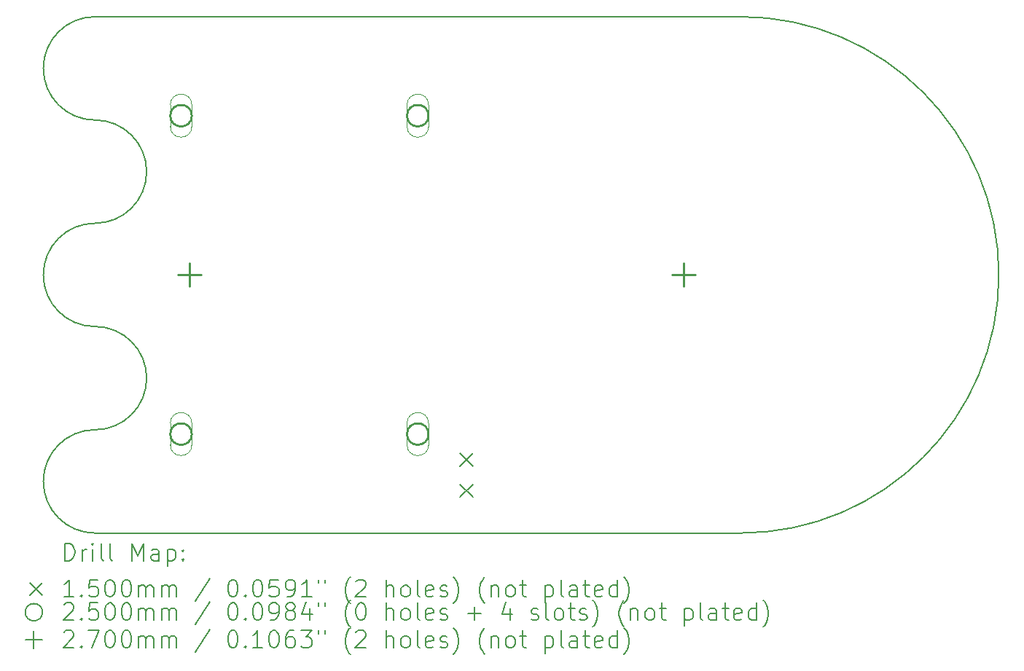
<source format=gbr>
%TF.GenerationSoftware,KiCad,Pcbnew,8.0.0*%
%TF.CreationDate,2024-04-12T21:44:27+10:00*%
%TF.ProjectId,ghost-bot,67686f73-742d-4626-9f74-2e6b69636164,rev?*%
%TF.SameCoordinates,Original*%
%TF.FileFunction,Drillmap*%
%TF.FilePolarity,Positive*%
%FSLAX45Y45*%
G04 Gerber Fmt 4.5, Leading zero omitted, Abs format (unit mm)*
G04 Created by KiCad (PCBNEW 8.0.0) date 2024-04-12 21:44:27*
%MOMM*%
%LPD*%
G01*
G04 APERTURE LIST*
%ADD10C,0.200000*%
%ADD11C,0.150000*%
%ADD12C,0.250000*%
%ADD13C,0.100000*%
%ADD14C,0.270000*%
G04 APERTURE END LIST*
D10*
X18250000Y-14400000D02*
X10750000Y-14400000D01*
X18250000Y-8400000D02*
X10750000Y-8400000D01*
X10750000Y-9600000D02*
G75*
G02*
X10750000Y-8400000I0J600000D01*
G01*
X10750001Y-9600000D02*
G75*
G02*
X10750000Y-10800000I-1J-600000D01*
G01*
X10750001Y-12000000D02*
G75*
G02*
X10750000Y-13200000I-1J-600000D01*
G01*
X10750000Y-12000000D02*
G75*
G02*
X10750000Y-10800000I0J600000D01*
G01*
X10750000Y-9600000D02*
X10750001Y-9600000D01*
X10750000Y-12000000D02*
X10750001Y-12000000D01*
X10750000Y-14400000D02*
G75*
G02*
X10750000Y-13200000I0J600000D01*
G01*
X18250000Y-8400000D02*
G75*
G02*
X18250000Y-14400000I0J-3000000D01*
G01*
D11*
X14990214Y-13473500D02*
X15140214Y-13623500D01*
X15140214Y-13473500D02*
X14990214Y-13623500D01*
X14990214Y-13833500D02*
X15140214Y-13983500D01*
X15140214Y-13833500D02*
X14990214Y-13983500D01*
D12*
X11875000Y-9550000D02*
G75*
G02*
X11625000Y-9550000I-125000J0D01*
G01*
X11625000Y-9550000D02*
G75*
G02*
X11875000Y-9550000I125000J0D01*
G01*
D13*
X11625000Y-9425000D02*
X11625000Y-9675000D01*
X11875000Y-9675000D02*
G75*
G02*
X11625000Y-9675000I-125000J0D01*
G01*
X11875000Y-9675000D02*
X11875000Y-9425000D01*
X11875000Y-9425000D02*
G75*
G03*
X11625000Y-9425000I-125000J0D01*
G01*
D12*
X11875000Y-13250000D02*
G75*
G02*
X11625000Y-13250000I-125000J0D01*
G01*
X11625000Y-13250000D02*
G75*
G02*
X11875000Y-13250000I125000J0D01*
G01*
D13*
X11625000Y-13125000D02*
X11625000Y-13375000D01*
X11875000Y-13375000D02*
G75*
G02*
X11625000Y-13375000I-125000J0D01*
G01*
X11875000Y-13375000D02*
X11875000Y-13125000D01*
X11875000Y-13125000D02*
G75*
G03*
X11625000Y-13125000I-125000J0D01*
G01*
D12*
X14625000Y-9550000D02*
G75*
G02*
X14375000Y-9550000I-125000J0D01*
G01*
X14375000Y-9550000D02*
G75*
G02*
X14625000Y-9550000I125000J0D01*
G01*
D13*
X14375000Y-9425000D02*
X14375000Y-9675000D01*
X14625000Y-9675000D02*
G75*
G02*
X14375000Y-9675000I-125000J0D01*
G01*
X14625000Y-9675000D02*
X14625000Y-9425000D01*
X14625000Y-9425000D02*
G75*
G03*
X14375000Y-9425000I-125000J0D01*
G01*
D12*
X14625000Y-13250000D02*
G75*
G02*
X14375000Y-13250000I-125000J0D01*
G01*
X14375000Y-13250000D02*
G75*
G02*
X14625000Y-13250000I125000J0D01*
G01*
D13*
X14375000Y-13125000D02*
X14375000Y-13375000D01*
X14625000Y-13375000D02*
G75*
G02*
X14375000Y-13375000I-125000J0D01*
G01*
X14625000Y-13375000D02*
X14625000Y-13125000D01*
X14625000Y-13125000D02*
G75*
G03*
X14375000Y-13125000I-125000J0D01*
G01*
D14*
X11850000Y-11265000D02*
X11850000Y-11535000D01*
X11715000Y-11400000D02*
X11985000Y-11400000D01*
X17590000Y-11265000D02*
X17590000Y-11535000D01*
X17455000Y-11400000D02*
X17725000Y-11400000D01*
D10*
X10400777Y-14721484D02*
X10400777Y-14521484D01*
X10400777Y-14521484D02*
X10448396Y-14521484D01*
X10448396Y-14521484D02*
X10476967Y-14531008D01*
X10476967Y-14531008D02*
X10496015Y-14550055D01*
X10496015Y-14550055D02*
X10505539Y-14569103D01*
X10505539Y-14569103D02*
X10515063Y-14607198D01*
X10515063Y-14607198D02*
X10515063Y-14635769D01*
X10515063Y-14635769D02*
X10505539Y-14673865D01*
X10505539Y-14673865D02*
X10496015Y-14692912D01*
X10496015Y-14692912D02*
X10476967Y-14711960D01*
X10476967Y-14711960D02*
X10448396Y-14721484D01*
X10448396Y-14721484D02*
X10400777Y-14721484D01*
X10600777Y-14721484D02*
X10600777Y-14588150D01*
X10600777Y-14626246D02*
X10610301Y-14607198D01*
X10610301Y-14607198D02*
X10619824Y-14597674D01*
X10619824Y-14597674D02*
X10638872Y-14588150D01*
X10638872Y-14588150D02*
X10657920Y-14588150D01*
X10724586Y-14721484D02*
X10724586Y-14588150D01*
X10724586Y-14521484D02*
X10715063Y-14531008D01*
X10715063Y-14531008D02*
X10724586Y-14540531D01*
X10724586Y-14540531D02*
X10734110Y-14531008D01*
X10734110Y-14531008D02*
X10724586Y-14521484D01*
X10724586Y-14521484D02*
X10724586Y-14540531D01*
X10848396Y-14721484D02*
X10829348Y-14711960D01*
X10829348Y-14711960D02*
X10819824Y-14692912D01*
X10819824Y-14692912D02*
X10819824Y-14521484D01*
X10953158Y-14721484D02*
X10934110Y-14711960D01*
X10934110Y-14711960D02*
X10924586Y-14692912D01*
X10924586Y-14692912D02*
X10924586Y-14521484D01*
X11181729Y-14721484D02*
X11181729Y-14521484D01*
X11181729Y-14521484D02*
X11248396Y-14664341D01*
X11248396Y-14664341D02*
X11315062Y-14521484D01*
X11315062Y-14521484D02*
X11315062Y-14721484D01*
X11496015Y-14721484D02*
X11496015Y-14616722D01*
X11496015Y-14616722D02*
X11486491Y-14597674D01*
X11486491Y-14597674D02*
X11467443Y-14588150D01*
X11467443Y-14588150D02*
X11429348Y-14588150D01*
X11429348Y-14588150D02*
X11410301Y-14597674D01*
X11496015Y-14711960D02*
X11476967Y-14721484D01*
X11476967Y-14721484D02*
X11429348Y-14721484D01*
X11429348Y-14721484D02*
X11410301Y-14711960D01*
X11410301Y-14711960D02*
X11400777Y-14692912D01*
X11400777Y-14692912D02*
X11400777Y-14673865D01*
X11400777Y-14673865D02*
X11410301Y-14654817D01*
X11410301Y-14654817D02*
X11429348Y-14645293D01*
X11429348Y-14645293D02*
X11476967Y-14645293D01*
X11476967Y-14645293D02*
X11496015Y-14635769D01*
X11591253Y-14588150D02*
X11591253Y-14788150D01*
X11591253Y-14597674D02*
X11610301Y-14588150D01*
X11610301Y-14588150D02*
X11648396Y-14588150D01*
X11648396Y-14588150D02*
X11667443Y-14597674D01*
X11667443Y-14597674D02*
X11676967Y-14607198D01*
X11676967Y-14607198D02*
X11686491Y-14626246D01*
X11686491Y-14626246D02*
X11686491Y-14683388D01*
X11686491Y-14683388D02*
X11676967Y-14702436D01*
X11676967Y-14702436D02*
X11667443Y-14711960D01*
X11667443Y-14711960D02*
X11648396Y-14721484D01*
X11648396Y-14721484D02*
X11610301Y-14721484D01*
X11610301Y-14721484D02*
X11591253Y-14711960D01*
X11772205Y-14702436D02*
X11781729Y-14711960D01*
X11781729Y-14711960D02*
X11772205Y-14721484D01*
X11772205Y-14721484D02*
X11762682Y-14711960D01*
X11762682Y-14711960D02*
X11772205Y-14702436D01*
X11772205Y-14702436D02*
X11772205Y-14721484D01*
X11772205Y-14597674D02*
X11781729Y-14607198D01*
X11781729Y-14607198D02*
X11772205Y-14616722D01*
X11772205Y-14616722D02*
X11762682Y-14607198D01*
X11762682Y-14607198D02*
X11772205Y-14597674D01*
X11772205Y-14597674D02*
X11772205Y-14616722D01*
D11*
X9990000Y-14975000D02*
X10140000Y-15125000D01*
X10140000Y-14975000D02*
X9990000Y-15125000D01*
D10*
X10505539Y-15141484D02*
X10391253Y-15141484D01*
X10448396Y-15141484D02*
X10448396Y-14941484D01*
X10448396Y-14941484D02*
X10429348Y-14970055D01*
X10429348Y-14970055D02*
X10410301Y-14989103D01*
X10410301Y-14989103D02*
X10391253Y-14998627D01*
X10591253Y-15122436D02*
X10600777Y-15131960D01*
X10600777Y-15131960D02*
X10591253Y-15141484D01*
X10591253Y-15141484D02*
X10581729Y-15131960D01*
X10581729Y-15131960D02*
X10591253Y-15122436D01*
X10591253Y-15122436D02*
X10591253Y-15141484D01*
X10781729Y-14941484D02*
X10686491Y-14941484D01*
X10686491Y-14941484D02*
X10676967Y-15036722D01*
X10676967Y-15036722D02*
X10686491Y-15027198D01*
X10686491Y-15027198D02*
X10705539Y-15017674D01*
X10705539Y-15017674D02*
X10753158Y-15017674D01*
X10753158Y-15017674D02*
X10772205Y-15027198D01*
X10772205Y-15027198D02*
X10781729Y-15036722D01*
X10781729Y-15036722D02*
X10791253Y-15055769D01*
X10791253Y-15055769D02*
X10791253Y-15103388D01*
X10791253Y-15103388D02*
X10781729Y-15122436D01*
X10781729Y-15122436D02*
X10772205Y-15131960D01*
X10772205Y-15131960D02*
X10753158Y-15141484D01*
X10753158Y-15141484D02*
X10705539Y-15141484D01*
X10705539Y-15141484D02*
X10686491Y-15131960D01*
X10686491Y-15131960D02*
X10676967Y-15122436D01*
X10915063Y-14941484D02*
X10934110Y-14941484D01*
X10934110Y-14941484D02*
X10953158Y-14951008D01*
X10953158Y-14951008D02*
X10962682Y-14960531D01*
X10962682Y-14960531D02*
X10972205Y-14979579D01*
X10972205Y-14979579D02*
X10981729Y-15017674D01*
X10981729Y-15017674D02*
X10981729Y-15065293D01*
X10981729Y-15065293D02*
X10972205Y-15103388D01*
X10972205Y-15103388D02*
X10962682Y-15122436D01*
X10962682Y-15122436D02*
X10953158Y-15131960D01*
X10953158Y-15131960D02*
X10934110Y-15141484D01*
X10934110Y-15141484D02*
X10915063Y-15141484D01*
X10915063Y-15141484D02*
X10896015Y-15131960D01*
X10896015Y-15131960D02*
X10886491Y-15122436D01*
X10886491Y-15122436D02*
X10876967Y-15103388D01*
X10876967Y-15103388D02*
X10867444Y-15065293D01*
X10867444Y-15065293D02*
X10867444Y-15017674D01*
X10867444Y-15017674D02*
X10876967Y-14979579D01*
X10876967Y-14979579D02*
X10886491Y-14960531D01*
X10886491Y-14960531D02*
X10896015Y-14951008D01*
X10896015Y-14951008D02*
X10915063Y-14941484D01*
X11105539Y-14941484D02*
X11124586Y-14941484D01*
X11124586Y-14941484D02*
X11143634Y-14951008D01*
X11143634Y-14951008D02*
X11153158Y-14960531D01*
X11153158Y-14960531D02*
X11162682Y-14979579D01*
X11162682Y-14979579D02*
X11172205Y-15017674D01*
X11172205Y-15017674D02*
X11172205Y-15065293D01*
X11172205Y-15065293D02*
X11162682Y-15103388D01*
X11162682Y-15103388D02*
X11153158Y-15122436D01*
X11153158Y-15122436D02*
X11143634Y-15131960D01*
X11143634Y-15131960D02*
X11124586Y-15141484D01*
X11124586Y-15141484D02*
X11105539Y-15141484D01*
X11105539Y-15141484D02*
X11086491Y-15131960D01*
X11086491Y-15131960D02*
X11076967Y-15122436D01*
X11076967Y-15122436D02*
X11067444Y-15103388D01*
X11067444Y-15103388D02*
X11057920Y-15065293D01*
X11057920Y-15065293D02*
X11057920Y-15017674D01*
X11057920Y-15017674D02*
X11067444Y-14979579D01*
X11067444Y-14979579D02*
X11076967Y-14960531D01*
X11076967Y-14960531D02*
X11086491Y-14951008D01*
X11086491Y-14951008D02*
X11105539Y-14941484D01*
X11257920Y-15141484D02*
X11257920Y-15008150D01*
X11257920Y-15027198D02*
X11267443Y-15017674D01*
X11267443Y-15017674D02*
X11286491Y-15008150D01*
X11286491Y-15008150D02*
X11315063Y-15008150D01*
X11315063Y-15008150D02*
X11334110Y-15017674D01*
X11334110Y-15017674D02*
X11343634Y-15036722D01*
X11343634Y-15036722D02*
X11343634Y-15141484D01*
X11343634Y-15036722D02*
X11353158Y-15017674D01*
X11353158Y-15017674D02*
X11372205Y-15008150D01*
X11372205Y-15008150D02*
X11400777Y-15008150D01*
X11400777Y-15008150D02*
X11419824Y-15017674D01*
X11419824Y-15017674D02*
X11429348Y-15036722D01*
X11429348Y-15036722D02*
X11429348Y-15141484D01*
X11524586Y-15141484D02*
X11524586Y-15008150D01*
X11524586Y-15027198D02*
X11534110Y-15017674D01*
X11534110Y-15017674D02*
X11553158Y-15008150D01*
X11553158Y-15008150D02*
X11581729Y-15008150D01*
X11581729Y-15008150D02*
X11600777Y-15017674D01*
X11600777Y-15017674D02*
X11610301Y-15036722D01*
X11610301Y-15036722D02*
X11610301Y-15141484D01*
X11610301Y-15036722D02*
X11619824Y-15017674D01*
X11619824Y-15017674D02*
X11638872Y-15008150D01*
X11638872Y-15008150D02*
X11667443Y-15008150D01*
X11667443Y-15008150D02*
X11686491Y-15017674D01*
X11686491Y-15017674D02*
X11696015Y-15036722D01*
X11696015Y-15036722D02*
X11696015Y-15141484D01*
X12086491Y-14931960D02*
X11915063Y-15189103D01*
X12343634Y-14941484D02*
X12362682Y-14941484D01*
X12362682Y-14941484D02*
X12381729Y-14951008D01*
X12381729Y-14951008D02*
X12391253Y-14960531D01*
X12391253Y-14960531D02*
X12400777Y-14979579D01*
X12400777Y-14979579D02*
X12410301Y-15017674D01*
X12410301Y-15017674D02*
X12410301Y-15065293D01*
X12410301Y-15065293D02*
X12400777Y-15103388D01*
X12400777Y-15103388D02*
X12391253Y-15122436D01*
X12391253Y-15122436D02*
X12381729Y-15131960D01*
X12381729Y-15131960D02*
X12362682Y-15141484D01*
X12362682Y-15141484D02*
X12343634Y-15141484D01*
X12343634Y-15141484D02*
X12324586Y-15131960D01*
X12324586Y-15131960D02*
X12315063Y-15122436D01*
X12315063Y-15122436D02*
X12305539Y-15103388D01*
X12305539Y-15103388D02*
X12296015Y-15065293D01*
X12296015Y-15065293D02*
X12296015Y-15017674D01*
X12296015Y-15017674D02*
X12305539Y-14979579D01*
X12305539Y-14979579D02*
X12315063Y-14960531D01*
X12315063Y-14960531D02*
X12324586Y-14951008D01*
X12324586Y-14951008D02*
X12343634Y-14941484D01*
X12496015Y-15122436D02*
X12505539Y-15131960D01*
X12505539Y-15131960D02*
X12496015Y-15141484D01*
X12496015Y-15141484D02*
X12486491Y-15131960D01*
X12486491Y-15131960D02*
X12496015Y-15122436D01*
X12496015Y-15122436D02*
X12496015Y-15141484D01*
X12629348Y-14941484D02*
X12648396Y-14941484D01*
X12648396Y-14941484D02*
X12667444Y-14951008D01*
X12667444Y-14951008D02*
X12676967Y-14960531D01*
X12676967Y-14960531D02*
X12686491Y-14979579D01*
X12686491Y-14979579D02*
X12696015Y-15017674D01*
X12696015Y-15017674D02*
X12696015Y-15065293D01*
X12696015Y-15065293D02*
X12686491Y-15103388D01*
X12686491Y-15103388D02*
X12676967Y-15122436D01*
X12676967Y-15122436D02*
X12667444Y-15131960D01*
X12667444Y-15131960D02*
X12648396Y-15141484D01*
X12648396Y-15141484D02*
X12629348Y-15141484D01*
X12629348Y-15141484D02*
X12610301Y-15131960D01*
X12610301Y-15131960D02*
X12600777Y-15122436D01*
X12600777Y-15122436D02*
X12591253Y-15103388D01*
X12591253Y-15103388D02*
X12581729Y-15065293D01*
X12581729Y-15065293D02*
X12581729Y-15017674D01*
X12581729Y-15017674D02*
X12591253Y-14979579D01*
X12591253Y-14979579D02*
X12600777Y-14960531D01*
X12600777Y-14960531D02*
X12610301Y-14951008D01*
X12610301Y-14951008D02*
X12629348Y-14941484D01*
X12876967Y-14941484D02*
X12781729Y-14941484D01*
X12781729Y-14941484D02*
X12772206Y-15036722D01*
X12772206Y-15036722D02*
X12781729Y-15027198D01*
X12781729Y-15027198D02*
X12800777Y-15017674D01*
X12800777Y-15017674D02*
X12848396Y-15017674D01*
X12848396Y-15017674D02*
X12867444Y-15027198D01*
X12867444Y-15027198D02*
X12876967Y-15036722D01*
X12876967Y-15036722D02*
X12886491Y-15055769D01*
X12886491Y-15055769D02*
X12886491Y-15103388D01*
X12886491Y-15103388D02*
X12876967Y-15122436D01*
X12876967Y-15122436D02*
X12867444Y-15131960D01*
X12867444Y-15131960D02*
X12848396Y-15141484D01*
X12848396Y-15141484D02*
X12800777Y-15141484D01*
X12800777Y-15141484D02*
X12781729Y-15131960D01*
X12781729Y-15131960D02*
X12772206Y-15122436D01*
X12981729Y-15141484D02*
X13019825Y-15141484D01*
X13019825Y-15141484D02*
X13038872Y-15131960D01*
X13038872Y-15131960D02*
X13048396Y-15122436D01*
X13048396Y-15122436D02*
X13067444Y-15093865D01*
X13067444Y-15093865D02*
X13076967Y-15055769D01*
X13076967Y-15055769D02*
X13076967Y-14979579D01*
X13076967Y-14979579D02*
X13067444Y-14960531D01*
X13067444Y-14960531D02*
X13057920Y-14951008D01*
X13057920Y-14951008D02*
X13038872Y-14941484D01*
X13038872Y-14941484D02*
X13000777Y-14941484D01*
X13000777Y-14941484D02*
X12981729Y-14951008D01*
X12981729Y-14951008D02*
X12972206Y-14960531D01*
X12972206Y-14960531D02*
X12962682Y-14979579D01*
X12962682Y-14979579D02*
X12962682Y-15027198D01*
X12962682Y-15027198D02*
X12972206Y-15046246D01*
X12972206Y-15046246D02*
X12981729Y-15055769D01*
X12981729Y-15055769D02*
X13000777Y-15065293D01*
X13000777Y-15065293D02*
X13038872Y-15065293D01*
X13038872Y-15065293D02*
X13057920Y-15055769D01*
X13057920Y-15055769D02*
X13067444Y-15046246D01*
X13067444Y-15046246D02*
X13076967Y-15027198D01*
X13267444Y-15141484D02*
X13153158Y-15141484D01*
X13210301Y-15141484D02*
X13210301Y-14941484D01*
X13210301Y-14941484D02*
X13191253Y-14970055D01*
X13191253Y-14970055D02*
X13172206Y-14989103D01*
X13172206Y-14989103D02*
X13153158Y-14998627D01*
X13343634Y-14941484D02*
X13343634Y-14979579D01*
X13419825Y-14941484D02*
X13419825Y-14979579D01*
X13715063Y-15217674D02*
X13705539Y-15208150D01*
X13705539Y-15208150D02*
X13686491Y-15179579D01*
X13686491Y-15179579D02*
X13676968Y-15160531D01*
X13676968Y-15160531D02*
X13667444Y-15131960D01*
X13667444Y-15131960D02*
X13657920Y-15084341D01*
X13657920Y-15084341D02*
X13657920Y-15046246D01*
X13657920Y-15046246D02*
X13667444Y-14998627D01*
X13667444Y-14998627D02*
X13676968Y-14970055D01*
X13676968Y-14970055D02*
X13686491Y-14951008D01*
X13686491Y-14951008D02*
X13705539Y-14922436D01*
X13705539Y-14922436D02*
X13715063Y-14912912D01*
X13781729Y-14960531D02*
X13791253Y-14951008D01*
X13791253Y-14951008D02*
X13810301Y-14941484D01*
X13810301Y-14941484D02*
X13857920Y-14941484D01*
X13857920Y-14941484D02*
X13876968Y-14951008D01*
X13876968Y-14951008D02*
X13886491Y-14960531D01*
X13886491Y-14960531D02*
X13896015Y-14979579D01*
X13896015Y-14979579D02*
X13896015Y-14998627D01*
X13896015Y-14998627D02*
X13886491Y-15027198D01*
X13886491Y-15027198D02*
X13772206Y-15141484D01*
X13772206Y-15141484D02*
X13896015Y-15141484D01*
X14134110Y-15141484D02*
X14134110Y-14941484D01*
X14219825Y-15141484D02*
X14219825Y-15036722D01*
X14219825Y-15036722D02*
X14210301Y-15017674D01*
X14210301Y-15017674D02*
X14191253Y-15008150D01*
X14191253Y-15008150D02*
X14162682Y-15008150D01*
X14162682Y-15008150D02*
X14143634Y-15017674D01*
X14143634Y-15017674D02*
X14134110Y-15027198D01*
X14343634Y-15141484D02*
X14324587Y-15131960D01*
X14324587Y-15131960D02*
X14315063Y-15122436D01*
X14315063Y-15122436D02*
X14305539Y-15103388D01*
X14305539Y-15103388D02*
X14305539Y-15046246D01*
X14305539Y-15046246D02*
X14315063Y-15027198D01*
X14315063Y-15027198D02*
X14324587Y-15017674D01*
X14324587Y-15017674D02*
X14343634Y-15008150D01*
X14343634Y-15008150D02*
X14372206Y-15008150D01*
X14372206Y-15008150D02*
X14391253Y-15017674D01*
X14391253Y-15017674D02*
X14400777Y-15027198D01*
X14400777Y-15027198D02*
X14410301Y-15046246D01*
X14410301Y-15046246D02*
X14410301Y-15103388D01*
X14410301Y-15103388D02*
X14400777Y-15122436D01*
X14400777Y-15122436D02*
X14391253Y-15131960D01*
X14391253Y-15131960D02*
X14372206Y-15141484D01*
X14372206Y-15141484D02*
X14343634Y-15141484D01*
X14524587Y-15141484D02*
X14505539Y-15131960D01*
X14505539Y-15131960D02*
X14496015Y-15112912D01*
X14496015Y-15112912D02*
X14496015Y-14941484D01*
X14676968Y-15131960D02*
X14657920Y-15141484D01*
X14657920Y-15141484D02*
X14619825Y-15141484D01*
X14619825Y-15141484D02*
X14600777Y-15131960D01*
X14600777Y-15131960D02*
X14591253Y-15112912D01*
X14591253Y-15112912D02*
X14591253Y-15036722D01*
X14591253Y-15036722D02*
X14600777Y-15017674D01*
X14600777Y-15017674D02*
X14619825Y-15008150D01*
X14619825Y-15008150D02*
X14657920Y-15008150D01*
X14657920Y-15008150D02*
X14676968Y-15017674D01*
X14676968Y-15017674D02*
X14686491Y-15036722D01*
X14686491Y-15036722D02*
X14686491Y-15055769D01*
X14686491Y-15055769D02*
X14591253Y-15074817D01*
X14762682Y-15131960D02*
X14781730Y-15141484D01*
X14781730Y-15141484D02*
X14819825Y-15141484D01*
X14819825Y-15141484D02*
X14838872Y-15131960D01*
X14838872Y-15131960D02*
X14848396Y-15112912D01*
X14848396Y-15112912D02*
X14848396Y-15103388D01*
X14848396Y-15103388D02*
X14838872Y-15084341D01*
X14838872Y-15084341D02*
X14819825Y-15074817D01*
X14819825Y-15074817D02*
X14791253Y-15074817D01*
X14791253Y-15074817D02*
X14772206Y-15065293D01*
X14772206Y-15065293D02*
X14762682Y-15046246D01*
X14762682Y-15046246D02*
X14762682Y-15036722D01*
X14762682Y-15036722D02*
X14772206Y-15017674D01*
X14772206Y-15017674D02*
X14791253Y-15008150D01*
X14791253Y-15008150D02*
X14819825Y-15008150D01*
X14819825Y-15008150D02*
X14838872Y-15017674D01*
X14915063Y-15217674D02*
X14924587Y-15208150D01*
X14924587Y-15208150D02*
X14943634Y-15179579D01*
X14943634Y-15179579D02*
X14953158Y-15160531D01*
X14953158Y-15160531D02*
X14962682Y-15131960D01*
X14962682Y-15131960D02*
X14972206Y-15084341D01*
X14972206Y-15084341D02*
X14972206Y-15046246D01*
X14972206Y-15046246D02*
X14962682Y-14998627D01*
X14962682Y-14998627D02*
X14953158Y-14970055D01*
X14953158Y-14970055D02*
X14943634Y-14951008D01*
X14943634Y-14951008D02*
X14924587Y-14922436D01*
X14924587Y-14922436D02*
X14915063Y-14912912D01*
X15276968Y-15217674D02*
X15267444Y-15208150D01*
X15267444Y-15208150D02*
X15248396Y-15179579D01*
X15248396Y-15179579D02*
X15238872Y-15160531D01*
X15238872Y-15160531D02*
X15229349Y-15131960D01*
X15229349Y-15131960D02*
X15219825Y-15084341D01*
X15219825Y-15084341D02*
X15219825Y-15046246D01*
X15219825Y-15046246D02*
X15229349Y-14998627D01*
X15229349Y-14998627D02*
X15238872Y-14970055D01*
X15238872Y-14970055D02*
X15248396Y-14951008D01*
X15248396Y-14951008D02*
X15267444Y-14922436D01*
X15267444Y-14922436D02*
X15276968Y-14912912D01*
X15353158Y-15008150D02*
X15353158Y-15141484D01*
X15353158Y-15027198D02*
X15362682Y-15017674D01*
X15362682Y-15017674D02*
X15381730Y-15008150D01*
X15381730Y-15008150D02*
X15410301Y-15008150D01*
X15410301Y-15008150D02*
X15429349Y-15017674D01*
X15429349Y-15017674D02*
X15438872Y-15036722D01*
X15438872Y-15036722D02*
X15438872Y-15141484D01*
X15562682Y-15141484D02*
X15543634Y-15131960D01*
X15543634Y-15131960D02*
X15534111Y-15122436D01*
X15534111Y-15122436D02*
X15524587Y-15103388D01*
X15524587Y-15103388D02*
X15524587Y-15046246D01*
X15524587Y-15046246D02*
X15534111Y-15027198D01*
X15534111Y-15027198D02*
X15543634Y-15017674D01*
X15543634Y-15017674D02*
X15562682Y-15008150D01*
X15562682Y-15008150D02*
X15591253Y-15008150D01*
X15591253Y-15008150D02*
X15610301Y-15017674D01*
X15610301Y-15017674D02*
X15619825Y-15027198D01*
X15619825Y-15027198D02*
X15629349Y-15046246D01*
X15629349Y-15046246D02*
X15629349Y-15103388D01*
X15629349Y-15103388D02*
X15619825Y-15122436D01*
X15619825Y-15122436D02*
X15610301Y-15131960D01*
X15610301Y-15131960D02*
X15591253Y-15141484D01*
X15591253Y-15141484D02*
X15562682Y-15141484D01*
X15686492Y-15008150D02*
X15762682Y-15008150D01*
X15715063Y-14941484D02*
X15715063Y-15112912D01*
X15715063Y-15112912D02*
X15724587Y-15131960D01*
X15724587Y-15131960D02*
X15743634Y-15141484D01*
X15743634Y-15141484D02*
X15762682Y-15141484D01*
X15981730Y-15008150D02*
X15981730Y-15208150D01*
X15981730Y-15017674D02*
X16000777Y-15008150D01*
X16000777Y-15008150D02*
X16038873Y-15008150D01*
X16038873Y-15008150D02*
X16057920Y-15017674D01*
X16057920Y-15017674D02*
X16067444Y-15027198D01*
X16067444Y-15027198D02*
X16076968Y-15046246D01*
X16076968Y-15046246D02*
X16076968Y-15103388D01*
X16076968Y-15103388D02*
X16067444Y-15122436D01*
X16067444Y-15122436D02*
X16057920Y-15131960D01*
X16057920Y-15131960D02*
X16038873Y-15141484D01*
X16038873Y-15141484D02*
X16000777Y-15141484D01*
X16000777Y-15141484D02*
X15981730Y-15131960D01*
X16191253Y-15141484D02*
X16172206Y-15131960D01*
X16172206Y-15131960D02*
X16162682Y-15112912D01*
X16162682Y-15112912D02*
X16162682Y-14941484D01*
X16353158Y-15141484D02*
X16353158Y-15036722D01*
X16353158Y-15036722D02*
X16343634Y-15017674D01*
X16343634Y-15017674D02*
X16324587Y-15008150D01*
X16324587Y-15008150D02*
X16286492Y-15008150D01*
X16286492Y-15008150D02*
X16267444Y-15017674D01*
X16353158Y-15131960D02*
X16334111Y-15141484D01*
X16334111Y-15141484D02*
X16286492Y-15141484D01*
X16286492Y-15141484D02*
X16267444Y-15131960D01*
X16267444Y-15131960D02*
X16257920Y-15112912D01*
X16257920Y-15112912D02*
X16257920Y-15093865D01*
X16257920Y-15093865D02*
X16267444Y-15074817D01*
X16267444Y-15074817D02*
X16286492Y-15065293D01*
X16286492Y-15065293D02*
X16334111Y-15065293D01*
X16334111Y-15065293D02*
X16353158Y-15055769D01*
X16419825Y-15008150D02*
X16496015Y-15008150D01*
X16448396Y-14941484D02*
X16448396Y-15112912D01*
X16448396Y-15112912D02*
X16457920Y-15131960D01*
X16457920Y-15131960D02*
X16476968Y-15141484D01*
X16476968Y-15141484D02*
X16496015Y-15141484D01*
X16638873Y-15131960D02*
X16619825Y-15141484D01*
X16619825Y-15141484D02*
X16581730Y-15141484D01*
X16581730Y-15141484D02*
X16562682Y-15131960D01*
X16562682Y-15131960D02*
X16553158Y-15112912D01*
X16553158Y-15112912D02*
X16553158Y-15036722D01*
X16553158Y-15036722D02*
X16562682Y-15017674D01*
X16562682Y-15017674D02*
X16581730Y-15008150D01*
X16581730Y-15008150D02*
X16619825Y-15008150D01*
X16619825Y-15008150D02*
X16638873Y-15017674D01*
X16638873Y-15017674D02*
X16648396Y-15036722D01*
X16648396Y-15036722D02*
X16648396Y-15055769D01*
X16648396Y-15055769D02*
X16553158Y-15074817D01*
X16819825Y-15141484D02*
X16819825Y-14941484D01*
X16819825Y-15131960D02*
X16800777Y-15141484D01*
X16800777Y-15141484D02*
X16762682Y-15141484D01*
X16762682Y-15141484D02*
X16743634Y-15131960D01*
X16743634Y-15131960D02*
X16734111Y-15122436D01*
X16734111Y-15122436D02*
X16724587Y-15103388D01*
X16724587Y-15103388D02*
X16724587Y-15046246D01*
X16724587Y-15046246D02*
X16734111Y-15027198D01*
X16734111Y-15027198D02*
X16743634Y-15017674D01*
X16743634Y-15017674D02*
X16762682Y-15008150D01*
X16762682Y-15008150D02*
X16800777Y-15008150D01*
X16800777Y-15008150D02*
X16819825Y-15017674D01*
X16896016Y-15217674D02*
X16905539Y-15208150D01*
X16905539Y-15208150D02*
X16924587Y-15179579D01*
X16924587Y-15179579D02*
X16934111Y-15160531D01*
X16934111Y-15160531D02*
X16943635Y-15131960D01*
X16943635Y-15131960D02*
X16953158Y-15084341D01*
X16953158Y-15084341D02*
X16953158Y-15046246D01*
X16953158Y-15046246D02*
X16943635Y-14998627D01*
X16943635Y-14998627D02*
X16934111Y-14970055D01*
X16934111Y-14970055D02*
X16924587Y-14951008D01*
X16924587Y-14951008D02*
X16905539Y-14922436D01*
X16905539Y-14922436D02*
X16896016Y-14912912D01*
X10140000Y-15320000D02*
G75*
G02*
X9940000Y-15320000I-100000J0D01*
G01*
X9940000Y-15320000D02*
G75*
G02*
X10140000Y-15320000I100000J0D01*
G01*
X10391253Y-15230531D02*
X10400777Y-15221008D01*
X10400777Y-15221008D02*
X10419824Y-15211484D01*
X10419824Y-15211484D02*
X10467444Y-15211484D01*
X10467444Y-15211484D02*
X10486491Y-15221008D01*
X10486491Y-15221008D02*
X10496015Y-15230531D01*
X10496015Y-15230531D02*
X10505539Y-15249579D01*
X10505539Y-15249579D02*
X10505539Y-15268627D01*
X10505539Y-15268627D02*
X10496015Y-15297198D01*
X10496015Y-15297198D02*
X10381729Y-15411484D01*
X10381729Y-15411484D02*
X10505539Y-15411484D01*
X10591253Y-15392436D02*
X10600777Y-15401960D01*
X10600777Y-15401960D02*
X10591253Y-15411484D01*
X10591253Y-15411484D02*
X10581729Y-15401960D01*
X10581729Y-15401960D02*
X10591253Y-15392436D01*
X10591253Y-15392436D02*
X10591253Y-15411484D01*
X10781729Y-15211484D02*
X10686491Y-15211484D01*
X10686491Y-15211484D02*
X10676967Y-15306722D01*
X10676967Y-15306722D02*
X10686491Y-15297198D01*
X10686491Y-15297198D02*
X10705539Y-15287674D01*
X10705539Y-15287674D02*
X10753158Y-15287674D01*
X10753158Y-15287674D02*
X10772205Y-15297198D01*
X10772205Y-15297198D02*
X10781729Y-15306722D01*
X10781729Y-15306722D02*
X10791253Y-15325769D01*
X10791253Y-15325769D02*
X10791253Y-15373388D01*
X10791253Y-15373388D02*
X10781729Y-15392436D01*
X10781729Y-15392436D02*
X10772205Y-15401960D01*
X10772205Y-15401960D02*
X10753158Y-15411484D01*
X10753158Y-15411484D02*
X10705539Y-15411484D01*
X10705539Y-15411484D02*
X10686491Y-15401960D01*
X10686491Y-15401960D02*
X10676967Y-15392436D01*
X10915063Y-15211484D02*
X10934110Y-15211484D01*
X10934110Y-15211484D02*
X10953158Y-15221008D01*
X10953158Y-15221008D02*
X10962682Y-15230531D01*
X10962682Y-15230531D02*
X10972205Y-15249579D01*
X10972205Y-15249579D02*
X10981729Y-15287674D01*
X10981729Y-15287674D02*
X10981729Y-15335293D01*
X10981729Y-15335293D02*
X10972205Y-15373388D01*
X10972205Y-15373388D02*
X10962682Y-15392436D01*
X10962682Y-15392436D02*
X10953158Y-15401960D01*
X10953158Y-15401960D02*
X10934110Y-15411484D01*
X10934110Y-15411484D02*
X10915063Y-15411484D01*
X10915063Y-15411484D02*
X10896015Y-15401960D01*
X10896015Y-15401960D02*
X10886491Y-15392436D01*
X10886491Y-15392436D02*
X10876967Y-15373388D01*
X10876967Y-15373388D02*
X10867444Y-15335293D01*
X10867444Y-15335293D02*
X10867444Y-15287674D01*
X10867444Y-15287674D02*
X10876967Y-15249579D01*
X10876967Y-15249579D02*
X10886491Y-15230531D01*
X10886491Y-15230531D02*
X10896015Y-15221008D01*
X10896015Y-15221008D02*
X10915063Y-15211484D01*
X11105539Y-15211484D02*
X11124586Y-15211484D01*
X11124586Y-15211484D02*
X11143634Y-15221008D01*
X11143634Y-15221008D02*
X11153158Y-15230531D01*
X11153158Y-15230531D02*
X11162682Y-15249579D01*
X11162682Y-15249579D02*
X11172205Y-15287674D01*
X11172205Y-15287674D02*
X11172205Y-15335293D01*
X11172205Y-15335293D02*
X11162682Y-15373388D01*
X11162682Y-15373388D02*
X11153158Y-15392436D01*
X11153158Y-15392436D02*
X11143634Y-15401960D01*
X11143634Y-15401960D02*
X11124586Y-15411484D01*
X11124586Y-15411484D02*
X11105539Y-15411484D01*
X11105539Y-15411484D02*
X11086491Y-15401960D01*
X11086491Y-15401960D02*
X11076967Y-15392436D01*
X11076967Y-15392436D02*
X11067444Y-15373388D01*
X11067444Y-15373388D02*
X11057920Y-15335293D01*
X11057920Y-15335293D02*
X11057920Y-15287674D01*
X11057920Y-15287674D02*
X11067444Y-15249579D01*
X11067444Y-15249579D02*
X11076967Y-15230531D01*
X11076967Y-15230531D02*
X11086491Y-15221008D01*
X11086491Y-15221008D02*
X11105539Y-15211484D01*
X11257920Y-15411484D02*
X11257920Y-15278150D01*
X11257920Y-15297198D02*
X11267443Y-15287674D01*
X11267443Y-15287674D02*
X11286491Y-15278150D01*
X11286491Y-15278150D02*
X11315063Y-15278150D01*
X11315063Y-15278150D02*
X11334110Y-15287674D01*
X11334110Y-15287674D02*
X11343634Y-15306722D01*
X11343634Y-15306722D02*
X11343634Y-15411484D01*
X11343634Y-15306722D02*
X11353158Y-15287674D01*
X11353158Y-15287674D02*
X11372205Y-15278150D01*
X11372205Y-15278150D02*
X11400777Y-15278150D01*
X11400777Y-15278150D02*
X11419824Y-15287674D01*
X11419824Y-15287674D02*
X11429348Y-15306722D01*
X11429348Y-15306722D02*
X11429348Y-15411484D01*
X11524586Y-15411484D02*
X11524586Y-15278150D01*
X11524586Y-15297198D02*
X11534110Y-15287674D01*
X11534110Y-15287674D02*
X11553158Y-15278150D01*
X11553158Y-15278150D02*
X11581729Y-15278150D01*
X11581729Y-15278150D02*
X11600777Y-15287674D01*
X11600777Y-15287674D02*
X11610301Y-15306722D01*
X11610301Y-15306722D02*
X11610301Y-15411484D01*
X11610301Y-15306722D02*
X11619824Y-15287674D01*
X11619824Y-15287674D02*
X11638872Y-15278150D01*
X11638872Y-15278150D02*
X11667443Y-15278150D01*
X11667443Y-15278150D02*
X11686491Y-15287674D01*
X11686491Y-15287674D02*
X11696015Y-15306722D01*
X11696015Y-15306722D02*
X11696015Y-15411484D01*
X12086491Y-15201960D02*
X11915063Y-15459103D01*
X12343634Y-15211484D02*
X12362682Y-15211484D01*
X12362682Y-15211484D02*
X12381729Y-15221008D01*
X12381729Y-15221008D02*
X12391253Y-15230531D01*
X12391253Y-15230531D02*
X12400777Y-15249579D01*
X12400777Y-15249579D02*
X12410301Y-15287674D01*
X12410301Y-15287674D02*
X12410301Y-15335293D01*
X12410301Y-15335293D02*
X12400777Y-15373388D01*
X12400777Y-15373388D02*
X12391253Y-15392436D01*
X12391253Y-15392436D02*
X12381729Y-15401960D01*
X12381729Y-15401960D02*
X12362682Y-15411484D01*
X12362682Y-15411484D02*
X12343634Y-15411484D01*
X12343634Y-15411484D02*
X12324586Y-15401960D01*
X12324586Y-15401960D02*
X12315063Y-15392436D01*
X12315063Y-15392436D02*
X12305539Y-15373388D01*
X12305539Y-15373388D02*
X12296015Y-15335293D01*
X12296015Y-15335293D02*
X12296015Y-15287674D01*
X12296015Y-15287674D02*
X12305539Y-15249579D01*
X12305539Y-15249579D02*
X12315063Y-15230531D01*
X12315063Y-15230531D02*
X12324586Y-15221008D01*
X12324586Y-15221008D02*
X12343634Y-15211484D01*
X12496015Y-15392436D02*
X12505539Y-15401960D01*
X12505539Y-15401960D02*
X12496015Y-15411484D01*
X12496015Y-15411484D02*
X12486491Y-15401960D01*
X12486491Y-15401960D02*
X12496015Y-15392436D01*
X12496015Y-15392436D02*
X12496015Y-15411484D01*
X12629348Y-15211484D02*
X12648396Y-15211484D01*
X12648396Y-15211484D02*
X12667444Y-15221008D01*
X12667444Y-15221008D02*
X12676967Y-15230531D01*
X12676967Y-15230531D02*
X12686491Y-15249579D01*
X12686491Y-15249579D02*
X12696015Y-15287674D01*
X12696015Y-15287674D02*
X12696015Y-15335293D01*
X12696015Y-15335293D02*
X12686491Y-15373388D01*
X12686491Y-15373388D02*
X12676967Y-15392436D01*
X12676967Y-15392436D02*
X12667444Y-15401960D01*
X12667444Y-15401960D02*
X12648396Y-15411484D01*
X12648396Y-15411484D02*
X12629348Y-15411484D01*
X12629348Y-15411484D02*
X12610301Y-15401960D01*
X12610301Y-15401960D02*
X12600777Y-15392436D01*
X12600777Y-15392436D02*
X12591253Y-15373388D01*
X12591253Y-15373388D02*
X12581729Y-15335293D01*
X12581729Y-15335293D02*
X12581729Y-15287674D01*
X12581729Y-15287674D02*
X12591253Y-15249579D01*
X12591253Y-15249579D02*
X12600777Y-15230531D01*
X12600777Y-15230531D02*
X12610301Y-15221008D01*
X12610301Y-15221008D02*
X12629348Y-15211484D01*
X12791253Y-15411484D02*
X12829348Y-15411484D01*
X12829348Y-15411484D02*
X12848396Y-15401960D01*
X12848396Y-15401960D02*
X12857920Y-15392436D01*
X12857920Y-15392436D02*
X12876967Y-15363865D01*
X12876967Y-15363865D02*
X12886491Y-15325769D01*
X12886491Y-15325769D02*
X12886491Y-15249579D01*
X12886491Y-15249579D02*
X12876967Y-15230531D01*
X12876967Y-15230531D02*
X12867444Y-15221008D01*
X12867444Y-15221008D02*
X12848396Y-15211484D01*
X12848396Y-15211484D02*
X12810301Y-15211484D01*
X12810301Y-15211484D02*
X12791253Y-15221008D01*
X12791253Y-15221008D02*
X12781729Y-15230531D01*
X12781729Y-15230531D02*
X12772206Y-15249579D01*
X12772206Y-15249579D02*
X12772206Y-15297198D01*
X12772206Y-15297198D02*
X12781729Y-15316246D01*
X12781729Y-15316246D02*
X12791253Y-15325769D01*
X12791253Y-15325769D02*
X12810301Y-15335293D01*
X12810301Y-15335293D02*
X12848396Y-15335293D01*
X12848396Y-15335293D02*
X12867444Y-15325769D01*
X12867444Y-15325769D02*
X12876967Y-15316246D01*
X12876967Y-15316246D02*
X12886491Y-15297198D01*
X13000777Y-15297198D02*
X12981729Y-15287674D01*
X12981729Y-15287674D02*
X12972206Y-15278150D01*
X12972206Y-15278150D02*
X12962682Y-15259103D01*
X12962682Y-15259103D02*
X12962682Y-15249579D01*
X12962682Y-15249579D02*
X12972206Y-15230531D01*
X12972206Y-15230531D02*
X12981729Y-15221008D01*
X12981729Y-15221008D02*
X13000777Y-15211484D01*
X13000777Y-15211484D02*
X13038872Y-15211484D01*
X13038872Y-15211484D02*
X13057920Y-15221008D01*
X13057920Y-15221008D02*
X13067444Y-15230531D01*
X13067444Y-15230531D02*
X13076967Y-15249579D01*
X13076967Y-15249579D02*
X13076967Y-15259103D01*
X13076967Y-15259103D02*
X13067444Y-15278150D01*
X13067444Y-15278150D02*
X13057920Y-15287674D01*
X13057920Y-15287674D02*
X13038872Y-15297198D01*
X13038872Y-15297198D02*
X13000777Y-15297198D01*
X13000777Y-15297198D02*
X12981729Y-15306722D01*
X12981729Y-15306722D02*
X12972206Y-15316246D01*
X12972206Y-15316246D02*
X12962682Y-15335293D01*
X12962682Y-15335293D02*
X12962682Y-15373388D01*
X12962682Y-15373388D02*
X12972206Y-15392436D01*
X12972206Y-15392436D02*
X12981729Y-15401960D01*
X12981729Y-15401960D02*
X13000777Y-15411484D01*
X13000777Y-15411484D02*
X13038872Y-15411484D01*
X13038872Y-15411484D02*
X13057920Y-15401960D01*
X13057920Y-15401960D02*
X13067444Y-15392436D01*
X13067444Y-15392436D02*
X13076967Y-15373388D01*
X13076967Y-15373388D02*
X13076967Y-15335293D01*
X13076967Y-15335293D02*
X13067444Y-15316246D01*
X13067444Y-15316246D02*
X13057920Y-15306722D01*
X13057920Y-15306722D02*
X13038872Y-15297198D01*
X13248396Y-15278150D02*
X13248396Y-15411484D01*
X13200777Y-15201960D02*
X13153158Y-15344817D01*
X13153158Y-15344817D02*
X13276967Y-15344817D01*
X13343634Y-15211484D02*
X13343634Y-15249579D01*
X13419825Y-15211484D02*
X13419825Y-15249579D01*
X13715063Y-15487674D02*
X13705539Y-15478150D01*
X13705539Y-15478150D02*
X13686491Y-15449579D01*
X13686491Y-15449579D02*
X13676968Y-15430531D01*
X13676968Y-15430531D02*
X13667444Y-15401960D01*
X13667444Y-15401960D02*
X13657920Y-15354341D01*
X13657920Y-15354341D02*
X13657920Y-15316246D01*
X13657920Y-15316246D02*
X13667444Y-15268627D01*
X13667444Y-15268627D02*
X13676968Y-15240055D01*
X13676968Y-15240055D02*
X13686491Y-15221008D01*
X13686491Y-15221008D02*
X13705539Y-15192436D01*
X13705539Y-15192436D02*
X13715063Y-15182912D01*
X13829348Y-15211484D02*
X13848396Y-15211484D01*
X13848396Y-15211484D02*
X13867444Y-15221008D01*
X13867444Y-15221008D02*
X13876968Y-15230531D01*
X13876968Y-15230531D02*
X13886491Y-15249579D01*
X13886491Y-15249579D02*
X13896015Y-15287674D01*
X13896015Y-15287674D02*
X13896015Y-15335293D01*
X13896015Y-15335293D02*
X13886491Y-15373388D01*
X13886491Y-15373388D02*
X13876968Y-15392436D01*
X13876968Y-15392436D02*
X13867444Y-15401960D01*
X13867444Y-15401960D02*
X13848396Y-15411484D01*
X13848396Y-15411484D02*
X13829348Y-15411484D01*
X13829348Y-15411484D02*
X13810301Y-15401960D01*
X13810301Y-15401960D02*
X13800777Y-15392436D01*
X13800777Y-15392436D02*
X13791253Y-15373388D01*
X13791253Y-15373388D02*
X13781729Y-15335293D01*
X13781729Y-15335293D02*
X13781729Y-15287674D01*
X13781729Y-15287674D02*
X13791253Y-15249579D01*
X13791253Y-15249579D02*
X13800777Y-15230531D01*
X13800777Y-15230531D02*
X13810301Y-15221008D01*
X13810301Y-15221008D02*
X13829348Y-15211484D01*
X14134110Y-15411484D02*
X14134110Y-15211484D01*
X14219825Y-15411484D02*
X14219825Y-15306722D01*
X14219825Y-15306722D02*
X14210301Y-15287674D01*
X14210301Y-15287674D02*
X14191253Y-15278150D01*
X14191253Y-15278150D02*
X14162682Y-15278150D01*
X14162682Y-15278150D02*
X14143634Y-15287674D01*
X14143634Y-15287674D02*
X14134110Y-15297198D01*
X14343634Y-15411484D02*
X14324587Y-15401960D01*
X14324587Y-15401960D02*
X14315063Y-15392436D01*
X14315063Y-15392436D02*
X14305539Y-15373388D01*
X14305539Y-15373388D02*
X14305539Y-15316246D01*
X14305539Y-15316246D02*
X14315063Y-15297198D01*
X14315063Y-15297198D02*
X14324587Y-15287674D01*
X14324587Y-15287674D02*
X14343634Y-15278150D01*
X14343634Y-15278150D02*
X14372206Y-15278150D01*
X14372206Y-15278150D02*
X14391253Y-15287674D01*
X14391253Y-15287674D02*
X14400777Y-15297198D01*
X14400777Y-15297198D02*
X14410301Y-15316246D01*
X14410301Y-15316246D02*
X14410301Y-15373388D01*
X14410301Y-15373388D02*
X14400777Y-15392436D01*
X14400777Y-15392436D02*
X14391253Y-15401960D01*
X14391253Y-15401960D02*
X14372206Y-15411484D01*
X14372206Y-15411484D02*
X14343634Y-15411484D01*
X14524587Y-15411484D02*
X14505539Y-15401960D01*
X14505539Y-15401960D02*
X14496015Y-15382912D01*
X14496015Y-15382912D02*
X14496015Y-15211484D01*
X14676968Y-15401960D02*
X14657920Y-15411484D01*
X14657920Y-15411484D02*
X14619825Y-15411484D01*
X14619825Y-15411484D02*
X14600777Y-15401960D01*
X14600777Y-15401960D02*
X14591253Y-15382912D01*
X14591253Y-15382912D02*
X14591253Y-15306722D01*
X14591253Y-15306722D02*
X14600777Y-15287674D01*
X14600777Y-15287674D02*
X14619825Y-15278150D01*
X14619825Y-15278150D02*
X14657920Y-15278150D01*
X14657920Y-15278150D02*
X14676968Y-15287674D01*
X14676968Y-15287674D02*
X14686491Y-15306722D01*
X14686491Y-15306722D02*
X14686491Y-15325769D01*
X14686491Y-15325769D02*
X14591253Y-15344817D01*
X14762682Y-15401960D02*
X14781730Y-15411484D01*
X14781730Y-15411484D02*
X14819825Y-15411484D01*
X14819825Y-15411484D02*
X14838872Y-15401960D01*
X14838872Y-15401960D02*
X14848396Y-15382912D01*
X14848396Y-15382912D02*
X14848396Y-15373388D01*
X14848396Y-15373388D02*
X14838872Y-15354341D01*
X14838872Y-15354341D02*
X14819825Y-15344817D01*
X14819825Y-15344817D02*
X14791253Y-15344817D01*
X14791253Y-15344817D02*
X14772206Y-15335293D01*
X14772206Y-15335293D02*
X14762682Y-15316246D01*
X14762682Y-15316246D02*
X14762682Y-15306722D01*
X14762682Y-15306722D02*
X14772206Y-15287674D01*
X14772206Y-15287674D02*
X14791253Y-15278150D01*
X14791253Y-15278150D02*
X14819825Y-15278150D01*
X14819825Y-15278150D02*
X14838872Y-15287674D01*
X15086492Y-15335293D02*
X15238873Y-15335293D01*
X15162682Y-15411484D02*
X15162682Y-15259103D01*
X15572206Y-15278150D02*
X15572206Y-15411484D01*
X15524587Y-15201960D02*
X15476968Y-15344817D01*
X15476968Y-15344817D02*
X15600777Y-15344817D01*
X15819825Y-15401960D02*
X15838873Y-15411484D01*
X15838873Y-15411484D02*
X15876968Y-15411484D01*
X15876968Y-15411484D02*
X15896015Y-15401960D01*
X15896015Y-15401960D02*
X15905539Y-15382912D01*
X15905539Y-15382912D02*
X15905539Y-15373388D01*
X15905539Y-15373388D02*
X15896015Y-15354341D01*
X15896015Y-15354341D02*
X15876968Y-15344817D01*
X15876968Y-15344817D02*
X15848396Y-15344817D01*
X15848396Y-15344817D02*
X15829349Y-15335293D01*
X15829349Y-15335293D02*
X15819825Y-15316246D01*
X15819825Y-15316246D02*
X15819825Y-15306722D01*
X15819825Y-15306722D02*
X15829349Y-15287674D01*
X15829349Y-15287674D02*
X15848396Y-15278150D01*
X15848396Y-15278150D02*
X15876968Y-15278150D01*
X15876968Y-15278150D02*
X15896015Y-15287674D01*
X16019825Y-15411484D02*
X16000777Y-15401960D01*
X16000777Y-15401960D02*
X15991254Y-15382912D01*
X15991254Y-15382912D02*
X15991254Y-15211484D01*
X16124587Y-15411484D02*
X16105539Y-15401960D01*
X16105539Y-15401960D02*
X16096015Y-15392436D01*
X16096015Y-15392436D02*
X16086492Y-15373388D01*
X16086492Y-15373388D02*
X16086492Y-15316246D01*
X16086492Y-15316246D02*
X16096015Y-15297198D01*
X16096015Y-15297198D02*
X16105539Y-15287674D01*
X16105539Y-15287674D02*
X16124587Y-15278150D01*
X16124587Y-15278150D02*
X16153158Y-15278150D01*
X16153158Y-15278150D02*
X16172206Y-15287674D01*
X16172206Y-15287674D02*
X16181730Y-15297198D01*
X16181730Y-15297198D02*
X16191254Y-15316246D01*
X16191254Y-15316246D02*
X16191254Y-15373388D01*
X16191254Y-15373388D02*
X16181730Y-15392436D01*
X16181730Y-15392436D02*
X16172206Y-15401960D01*
X16172206Y-15401960D02*
X16153158Y-15411484D01*
X16153158Y-15411484D02*
X16124587Y-15411484D01*
X16248396Y-15278150D02*
X16324587Y-15278150D01*
X16276968Y-15211484D02*
X16276968Y-15382912D01*
X16276968Y-15382912D02*
X16286492Y-15401960D01*
X16286492Y-15401960D02*
X16305539Y-15411484D01*
X16305539Y-15411484D02*
X16324587Y-15411484D01*
X16381730Y-15401960D02*
X16400777Y-15411484D01*
X16400777Y-15411484D02*
X16438873Y-15411484D01*
X16438873Y-15411484D02*
X16457920Y-15401960D01*
X16457920Y-15401960D02*
X16467444Y-15382912D01*
X16467444Y-15382912D02*
X16467444Y-15373388D01*
X16467444Y-15373388D02*
X16457920Y-15354341D01*
X16457920Y-15354341D02*
X16438873Y-15344817D01*
X16438873Y-15344817D02*
X16410301Y-15344817D01*
X16410301Y-15344817D02*
X16391254Y-15335293D01*
X16391254Y-15335293D02*
X16381730Y-15316246D01*
X16381730Y-15316246D02*
X16381730Y-15306722D01*
X16381730Y-15306722D02*
X16391254Y-15287674D01*
X16391254Y-15287674D02*
X16410301Y-15278150D01*
X16410301Y-15278150D02*
X16438873Y-15278150D01*
X16438873Y-15278150D02*
X16457920Y-15287674D01*
X16534111Y-15487674D02*
X16543635Y-15478150D01*
X16543635Y-15478150D02*
X16562682Y-15449579D01*
X16562682Y-15449579D02*
X16572206Y-15430531D01*
X16572206Y-15430531D02*
X16581730Y-15401960D01*
X16581730Y-15401960D02*
X16591254Y-15354341D01*
X16591254Y-15354341D02*
X16591254Y-15316246D01*
X16591254Y-15316246D02*
X16581730Y-15268627D01*
X16581730Y-15268627D02*
X16572206Y-15240055D01*
X16572206Y-15240055D02*
X16562682Y-15221008D01*
X16562682Y-15221008D02*
X16543635Y-15192436D01*
X16543635Y-15192436D02*
X16534111Y-15182912D01*
X16896016Y-15487674D02*
X16886492Y-15478150D01*
X16886492Y-15478150D02*
X16867444Y-15449579D01*
X16867444Y-15449579D02*
X16857920Y-15430531D01*
X16857920Y-15430531D02*
X16848397Y-15401960D01*
X16848397Y-15401960D02*
X16838873Y-15354341D01*
X16838873Y-15354341D02*
X16838873Y-15316246D01*
X16838873Y-15316246D02*
X16848397Y-15268627D01*
X16848397Y-15268627D02*
X16857920Y-15240055D01*
X16857920Y-15240055D02*
X16867444Y-15221008D01*
X16867444Y-15221008D02*
X16886492Y-15192436D01*
X16886492Y-15192436D02*
X16896016Y-15182912D01*
X16972206Y-15278150D02*
X16972206Y-15411484D01*
X16972206Y-15297198D02*
X16981730Y-15287674D01*
X16981730Y-15287674D02*
X17000777Y-15278150D01*
X17000777Y-15278150D02*
X17029349Y-15278150D01*
X17029349Y-15278150D02*
X17048397Y-15287674D01*
X17048397Y-15287674D02*
X17057920Y-15306722D01*
X17057920Y-15306722D02*
X17057920Y-15411484D01*
X17181730Y-15411484D02*
X17162682Y-15401960D01*
X17162682Y-15401960D02*
X17153158Y-15392436D01*
X17153158Y-15392436D02*
X17143635Y-15373388D01*
X17143635Y-15373388D02*
X17143635Y-15316246D01*
X17143635Y-15316246D02*
X17153158Y-15297198D01*
X17153158Y-15297198D02*
X17162682Y-15287674D01*
X17162682Y-15287674D02*
X17181730Y-15278150D01*
X17181730Y-15278150D02*
X17210301Y-15278150D01*
X17210301Y-15278150D02*
X17229349Y-15287674D01*
X17229349Y-15287674D02*
X17238873Y-15297198D01*
X17238873Y-15297198D02*
X17248397Y-15316246D01*
X17248397Y-15316246D02*
X17248397Y-15373388D01*
X17248397Y-15373388D02*
X17238873Y-15392436D01*
X17238873Y-15392436D02*
X17229349Y-15401960D01*
X17229349Y-15401960D02*
X17210301Y-15411484D01*
X17210301Y-15411484D02*
X17181730Y-15411484D01*
X17305539Y-15278150D02*
X17381730Y-15278150D01*
X17334111Y-15211484D02*
X17334111Y-15382912D01*
X17334111Y-15382912D02*
X17343635Y-15401960D01*
X17343635Y-15401960D02*
X17362682Y-15411484D01*
X17362682Y-15411484D02*
X17381730Y-15411484D01*
X17600778Y-15278150D02*
X17600778Y-15478150D01*
X17600778Y-15287674D02*
X17619825Y-15278150D01*
X17619825Y-15278150D02*
X17657920Y-15278150D01*
X17657920Y-15278150D02*
X17676968Y-15287674D01*
X17676968Y-15287674D02*
X17686492Y-15297198D01*
X17686492Y-15297198D02*
X17696016Y-15316246D01*
X17696016Y-15316246D02*
X17696016Y-15373388D01*
X17696016Y-15373388D02*
X17686492Y-15392436D01*
X17686492Y-15392436D02*
X17676968Y-15401960D01*
X17676968Y-15401960D02*
X17657920Y-15411484D01*
X17657920Y-15411484D02*
X17619825Y-15411484D01*
X17619825Y-15411484D02*
X17600778Y-15401960D01*
X17810301Y-15411484D02*
X17791254Y-15401960D01*
X17791254Y-15401960D02*
X17781730Y-15382912D01*
X17781730Y-15382912D02*
X17781730Y-15211484D01*
X17972206Y-15411484D02*
X17972206Y-15306722D01*
X17972206Y-15306722D02*
X17962682Y-15287674D01*
X17962682Y-15287674D02*
X17943635Y-15278150D01*
X17943635Y-15278150D02*
X17905539Y-15278150D01*
X17905539Y-15278150D02*
X17886492Y-15287674D01*
X17972206Y-15401960D02*
X17953159Y-15411484D01*
X17953159Y-15411484D02*
X17905539Y-15411484D01*
X17905539Y-15411484D02*
X17886492Y-15401960D01*
X17886492Y-15401960D02*
X17876968Y-15382912D01*
X17876968Y-15382912D02*
X17876968Y-15363865D01*
X17876968Y-15363865D02*
X17886492Y-15344817D01*
X17886492Y-15344817D02*
X17905539Y-15335293D01*
X17905539Y-15335293D02*
X17953159Y-15335293D01*
X17953159Y-15335293D02*
X17972206Y-15325769D01*
X18038873Y-15278150D02*
X18115063Y-15278150D01*
X18067444Y-15211484D02*
X18067444Y-15382912D01*
X18067444Y-15382912D02*
X18076968Y-15401960D01*
X18076968Y-15401960D02*
X18096016Y-15411484D01*
X18096016Y-15411484D02*
X18115063Y-15411484D01*
X18257920Y-15401960D02*
X18238873Y-15411484D01*
X18238873Y-15411484D02*
X18200778Y-15411484D01*
X18200778Y-15411484D02*
X18181730Y-15401960D01*
X18181730Y-15401960D02*
X18172206Y-15382912D01*
X18172206Y-15382912D02*
X18172206Y-15306722D01*
X18172206Y-15306722D02*
X18181730Y-15287674D01*
X18181730Y-15287674D02*
X18200778Y-15278150D01*
X18200778Y-15278150D02*
X18238873Y-15278150D01*
X18238873Y-15278150D02*
X18257920Y-15287674D01*
X18257920Y-15287674D02*
X18267444Y-15306722D01*
X18267444Y-15306722D02*
X18267444Y-15325769D01*
X18267444Y-15325769D02*
X18172206Y-15344817D01*
X18438873Y-15411484D02*
X18438873Y-15211484D01*
X18438873Y-15401960D02*
X18419825Y-15411484D01*
X18419825Y-15411484D02*
X18381730Y-15411484D01*
X18381730Y-15411484D02*
X18362682Y-15401960D01*
X18362682Y-15401960D02*
X18353159Y-15392436D01*
X18353159Y-15392436D02*
X18343635Y-15373388D01*
X18343635Y-15373388D02*
X18343635Y-15316246D01*
X18343635Y-15316246D02*
X18353159Y-15297198D01*
X18353159Y-15297198D02*
X18362682Y-15287674D01*
X18362682Y-15287674D02*
X18381730Y-15278150D01*
X18381730Y-15278150D02*
X18419825Y-15278150D01*
X18419825Y-15278150D02*
X18438873Y-15287674D01*
X18515063Y-15487674D02*
X18524587Y-15478150D01*
X18524587Y-15478150D02*
X18543635Y-15449579D01*
X18543635Y-15449579D02*
X18553159Y-15430531D01*
X18553159Y-15430531D02*
X18562682Y-15401960D01*
X18562682Y-15401960D02*
X18572206Y-15354341D01*
X18572206Y-15354341D02*
X18572206Y-15316246D01*
X18572206Y-15316246D02*
X18562682Y-15268627D01*
X18562682Y-15268627D02*
X18553159Y-15240055D01*
X18553159Y-15240055D02*
X18543635Y-15221008D01*
X18543635Y-15221008D02*
X18524587Y-15192436D01*
X18524587Y-15192436D02*
X18515063Y-15182912D01*
X10040000Y-15540000D02*
X10040000Y-15740000D01*
X9940000Y-15640000D02*
X10140000Y-15640000D01*
X10391253Y-15550531D02*
X10400777Y-15541008D01*
X10400777Y-15541008D02*
X10419824Y-15531484D01*
X10419824Y-15531484D02*
X10467444Y-15531484D01*
X10467444Y-15531484D02*
X10486491Y-15541008D01*
X10486491Y-15541008D02*
X10496015Y-15550531D01*
X10496015Y-15550531D02*
X10505539Y-15569579D01*
X10505539Y-15569579D02*
X10505539Y-15588627D01*
X10505539Y-15588627D02*
X10496015Y-15617198D01*
X10496015Y-15617198D02*
X10381729Y-15731484D01*
X10381729Y-15731484D02*
X10505539Y-15731484D01*
X10591253Y-15712436D02*
X10600777Y-15721960D01*
X10600777Y-15721960D02*
X10591253Y-15731484D01*
X10591253Y-15731484D02*
X10581729Y-15721960D01*
X10581729Y-15721960D02*
X10591253Y-15712436D01*
X10591253Y-15712436D02*
X10591253Y-15731484D01*
X10667444Y-15531484D02*
X10800777Y-15531484D01*
X10800777Y-15531484D02*
X10715063Y-15731484D01*
X10915063Y-15531484D02*
X10934110Y-15531484D01*
X10934110Y-15531484D02*
X10953158Y-15541008D01*
X10953158Y-15541008D02*
X10962682Y-15550531D01*
X10962682Y-15550531D02*
X10972205Y-15569579D01*
X10972205Y-15569579D02*
X10981729Y-15607674D01*
X10981729Y-15607674D02*
X10981729Y-15655293D01*
X10981729Y-15655293D02*
X10972205Y-15693388D01*
X10972205Y-15693388D02*
X10962682Y-15712436D01*
X10962682Y-15712436D02*
X10953158Y-15721960D01*
X10953158Y-15721960D02*
X10934110Y-15731484D01*
X10934110Y-15731484D02*
X10915063Y-15731484D01*
X10915063Y-15731484D02*
X10896015Y-15721960D01*
X10896015Y-15721960D02*
X10886491Y-15712436D01*
X10886491Y-15712436D02*
X10876967Y-15693388D01*
X10876967Y-15693388D02*
X10867444Y-15655293D01*
X10867444Y-15655293D02*
X10867444Y-15607674D01*
X10867444Y-15607674D02*
X10876967Y-15569579D01*
X10876967Y-15569579D02*
X10886491Y-15550531D01*
X10886491Y-15550531D02*
X10896015Y-15541008D01*
X10896015Y-15541008D02*
X10915063Y-15531484D01*
X11105539Y-15531484D02*
X11124586Y-15531484D01*
X11124586Y-15531484D02*
X11143634Y-15541008D01*
X11143634Y-15541008D02*
X11153158Y-15550531D01*
X11153158Y-15550531D02*
X11162682Y-15569579D01*
X11162682Y-15569579D02*
X11172205Y-15607674D01*
X11172205Y-15607674D02*
X11172205Y-15655293D01*
X11172205Y-15655293D02*
X11162682Y-15693388D01*
X11162682Y-15693388D02*
X11153158Y-15712436D01*
X11153158Y-15712436D02*
X11143634Y-15721960D01*
X11143634Y-15721960D02*
X11124586Y-15731484D01*
X11124586Y-15731484D02*
X11105539Y-15731484D01*
X11105539Y-15731484D02*
X11086491Y-15721960D01*
X11086491Y-15721960D02*
X11076967Y-15712436D01*
X11076967Y-15712436D02*
X11067444Y-15693388D01*
X11067444Y-15693388D02*
X11057920Y-15655293D01*
X11057920Y-15655293D02*
X11057920Y-15607674D01*
X11057920Y-15607674D02*
X11067444Y-15569579D01*
X11067444Y-15569579D02*
X11076967Y-15550531D01*
X11076967Y-15550531D02*
X11086491Y-15541008D01*
X11086491Y-15541008D02*
X11105539Y-15531484D01*
X11257920Y-15731484D02*
X11257920Y-15598150D01*
X11257920Y-15617198D02*
X11267443Y-15607674D01*
X11267443Y-15607674D02*
X11286491Y-15598150D01*
X11286491Y-15598150D02*
X11315063Y-15598150D01*
X11315063Y-15598150D02*
X11334110Y-15607674D01*
X11334110Y-15607674D02*
X11343634Y-15626722D01*
X11343634Y-15626722D02*
X11343634Y-15731484D01*
X11343634Y-15626722D02*
X11353158Y-15607674D01*
X11353158Y-15607674D02*
X11372205Y-15598150D01*
X11372205Y-15598150D02*
X11400777Y-15598150D01*
X11400777Y-15598150D02*
X11419824Y-15607674D01*
X11419824Y-15607674D02*
X11429348Y-15626722D01*
X11429348Y-15626722D02*
X11429348Y-15731484D01*
X11524586Y-15731484D02*
X11524586Y-15598150D01*
X11524586Y-15617198D02*
X11534110Y-15607674D01*
X11534110Y-15607674D02*
X11553158Y-15598150D01*
X11553158Y-15598150D02*
X11581729Y-15598150D01*
X11581729Y-15598150D02*
X11600777Y-15607674D01*
X11600777Y-15607674D02*
X11610301Y-15626722D01*
X11610301Y-15626722D02*
X11610301Y-15731484D01*
X11610301Y-15626722D02*
X11619824Y-15607674D01*
X11619824Y-15607674D02*
X11638872Y-15598150D01*
X11638872Y-15598150D02*
X11667443Y-15598150D01*
X11667443Y-15598150D02*
X11686491Y-15607674D01*
X11686491Y-15607674D02*
X11696015Y-15626722D01*
X11696015Y-15626722D02*
X11696015Y-15731484D01*
X12086491Y-15521960D02*
X11915063Y-15779103D01*
X12343634Y-15531484D02*
X12362682Y-15531484D01*
X12362682Y-15531484D02*
X12381729Y-15541008D01*
X12381729Y-15541008D02*
X12391253Y-15550531D01*
X12391253Y-15550531D02*
X12400777Y-15569579D01*
X12400777Y-15569579D02*
X12410301Y-15607674D01*
X12410301Y-15607674D02*
X12410301Y-15655293D01*
X12410301Y-15655293D02*
X12400777Y-15693388D01*
X12400777Y-15693388D02*
X12391253Y-15712436D01*
X12391253Y-15712436D02*
X12381729Y-15721960D01*
X12381729Y-15721960D02*
X12362682Y-15731484D01*
X12362682Y-15731484D02*
X12343634Y-15731484D01*
X12343634Y-15731484D02*
X12324586Y-15721960D01*
X12324586Y-15721960D02*
X12315063Y-15712436D01*
X12315063Y-15712436D02*
X12305539Y-15693388D01*
X12305539Y-15693388D02*
X12296015Y-15655293D01*
X12296015Y-15655293D02*
X12296015Y-15607674D01*
X12296015Y-15607674D02*
X12305539Y-15569579D01*
X12305539Y-15569579D02*
X12315063Y-15550531D01*
X12315063Y-15550531D02*
X12324586Y-15541008D01*
X12324586Y-15541008D02*
X12343634Y-15531484D01*
X12496015Y-15712436D02*
X12505539Y-15721960D01*
X12505539Y-15721960D02*
X12496015Y-15731484D01*
X12496015Y-15731484D02*
X12486491Y-15721960D01*
X12486491Y-15721960D02*
X12496015Y-15712436D01*
X12496015Y-15712436D02*
X12496015Y-15731484D01*
X12696015Y-15731484D02*
X12581729Y-15731484D01*
X12638872Y-15731484D02*
X12638872Y-15531484D01*
X12638872Y-15531484D02*
X12619825Y-15560055D01*
X12619825Y-15560055D02*
X12600777Y-15579103D01*
X12600777Y-15579103D02*
X12581729Y-15588627D01*
X12819825Y-15531484D02*
X12838872Y-15531484D01*
X12838872Y-15531484D02*
X12857920Y-15541008D01*
X12857920Y-15541008D02*
X12867444Y-15550531D01*
X12867444Y-15550531D02*
X12876967Y-15569579D01*
X12876967Y-15569579D02*
X12886491Y-15607674D01*
X12886491Y-15607674D02*
X12886491Y-15655293D01*
X12886491Y-15655293D02*
X12876967Y-15693388D01*
X12876967Y-15693388D02*
X12867444Y-15712436D01*
X12867444Y-15712436D02*
X12857920Y-15721960D01*
X12857920Y-15721960D02*
X12838872Y-15731484D01*
X12838872Y-15731484D02*
X12819825Y-15731484D01*
X12819825Y-15731484D02*
X12800777Y-15721960D01*
X12800777Y-15721960D02*
X12791253Y-15712436D01*
X12791253Y-15712436D02*
X12781729Y-15693388D01*
X12781729Y-15693388D02*
X12772206Y-15655293D01*
X12772206Y-15655293D02*
X12772206Y-15607674D01*
X12772206Y-15607674D02*
X12781729Y-15569579D01*
X12781729Y-15569579D02*
X12791253Y-15550531D01*
X12791253Y-15550531D02*
X12800777Y-15541008D01*
X12800777Y-15541008D02*
X12819825Y-15531484D01*
X13057920Y-15531484D02*
X13019825Y-15531484D01*
X13019825Y-15531484D02*
X13000777Y-15541008D01*
X13000777Y-15541008D02*
X12991253Y-15550531D01*
X12991253Y-15550531D02*
X12972206Y-15579103D01*
X12972206Y-15579103D02*
X12962682Y-15617198D01*
X12962682Y-15617198D02*
X12962682Y-15693388D01*
X12962682Y-15693388D02*
X12972206Y-15712436D01*
X12972206Y-15712436D02*
X12981729Y-15721960D01*
X12981729Y-15721960D02*
X13000777Y-15731484D01*
X13000777Y-15731484D02*
X13038872Y-15731484D01*
X13038872Y-15731484D02*
X13057920Y-15721960D01*
X13057920Y-15721960D02*
X13067444Y-15712436D01*
X13067444Y-15712436D02*
X13076967Y-15693388D01*
X13076967Y-15693388D02*
X13076967Y-15645769D01*
X13076967Y-15645769D02*
X13067444Y-15626722D01*
X13067444Y-15626722D02*
X13057920Y-15617198D01*
X13057920Y-15617198D02*
X13038872Y-15607674D01*
X13038872Y-15607674D02*
X13000777Y-15607674D01*
X13000777Y-15607674D02*
X12981729Y-15617198D01*
X12981729Y-15617198D02*
X12972206Y-15626722D01*
X12972206Y-15626722D02*
X12962682Y-15645769D01*
X13143634Y-15531484D02*
X13267444Y-15531484D01*
X13267444Y-15531484D02*
X13200777Y-15607674D01*
X13200777Y-15607674D02*
X13229348Y-15607674D01*
X13229348Y-15607674D02*
X13248396Y-15617198D01*
X13248396Y-15617198D02*
X13257920Y-15626722D01*
X13257920Y-15626722D02*
X13267444Y-15645769D01*
X13267444Y-15645769D02*
X13267444Y-15693388D01*
X13267444Y-15693388D02*
X13257920Y-15712436D01*
X13257920Y-15712436D02*
X13248396Y-15721960D01*
X13248396Y-15721960D02*
X13229348Y-15731484D01*
X13229348Y-15731484D02*
X13172206Y-15731484D01*
X13172206Y-15731484D02*
X13153158Y-15721960D01*
X13153158Y-15721960D02*
X13143634Y-15712436D01*
X13343634Y-15531484D02*
X13343634Y-15569579D01*
X13419825Y-15531484D02*
X13419825Y-15569579D01*
X13715063Y-15807674D02*
X13705539Y-15798150D01*
X13705539Y-15798150D02*
X13686491Y-15769579D01*
X13686491Y-15769579D02*
X13676968Y-15750531D01*
X13676968Y-15750531D02*
X13667444Y-15721960D01*
X13667444Y-15721960D02*
X13657920Y-15674341D01*
X13657920Y-15674341D02*
X13657920Y-15636246D01*
X13657920Y-15636246D02*
X13667444Y-15588627D01*
X13667444Y-15588627D02*
X13676968Y-15560055D01*
X13676968Y-15560055D02*
X13686491Y-15541008D01*
X13686491Y-15541008D02*
X13705539Y-15512436D01*
X13705539Y-15512436D02*
X13715063Y-15502912D01*
X13781729Y-15550531D02*
X13791253Y-15541008D01*
X13791253Y-15541008D02*
X13810301Y-15531484D01*
X13810301Y-15531484D02*
X13857920Y-15531484D01*
X13857920Y-15531484D02*
X13876968Y-15541008D01*
X13876968Y-15541008D02*
X13886491Y-15550531D01*
X13886491Y-15550531D02*
X13896015Y-15569579D01*
X13896015Y-15569579D02*
X13896015Y-15588627D01*
X13896015Y-15588627D02*
X13886491Y-15617198D01*
X13886491Y-15617198D02*
X13772206Y-15731484D01*
X13772206Y-15731484D02*
X13896015Y-15731484D01*
X14134110Y-15731484D02*
X14134110Y-15531484D01*
X14219825Y-15731484D02*
X14219825Y-15626722D01*
X14219825Y-15626722D02*
X14210301Y-15607674D01*
X14210301Y-15607674D02*
X14191253Y-15598150D01*
X14191253Y-15598150D02*
X14162682Y-15598150D01*
X14162682Y-15598150D02*
X14143634Y-15607674D01*
X14143634Y-15607674D02*
X14134110Y-15617198D01*
X14343634Y-15731484D02*
X14324587Y-15721960D01*
X14324587Y-15721960D02*
X14315063Y-15712436D01*
X14315063Y-15712436D02*
X14305539Y-15693388D01*
X14305539Y-15693388D02*
X14305539Y-15636246D01*
X14305539Y-15636246D02*
X14315063Y-15617198D01*
X14315063Y-15617198D02*
X14324587Y-15607674D01*
X14324587Y-15607674D02*
X14343634Y-15598150D01*
X14343634Y-15598150D02*
X14372206Y-15598150D01*
X14372206Y-15598150D02*
X14391253Y-15607674D01*
X14391253Y-15607674D02*
X14400777Y-15617198D01*
X14400777Y-15617198D02*
X14410301Y-15636246D01*
X14410301Y-15636246D02*
X14410301Y-15693388D01*
X14410301Y-15693388D02*
X14400777Y-15712436D01*
X14400777Y-15712436D02*
X14391253Y-15721960D01*
X14391253Y-15721960D02*
X14372206Y-15731484D01*
X14372206Y-15731484D02*
X14343634Y-15731484D01*
X14524587Y-15731484D02*
X14505539Y-15721960D01*
X14505539Y-15721960D02*
X14496015Y-15702912D01*
X14496015Y-15702912D02*
X14496015Y-15531484D01*
X14676968Y-15721960D02*
X14657920Y-15731484D01*
X14657920Y-15731484D02*
X14619825Y-15731484D01*
X14619825Y-15731484D02*
X14600777Y-15721960D01*
X14600777Y-15721960D02*
X14591253Y-15702912D01*
X14591253Y-15702912D02*
X14591253Y-15626722D01*
X14591253Y-15626722D02*
X14600777Y-15607674D01*
X14600777Y-15607674D02*
X14619825Y-15598150D01*
X14619825Y-15598150D02*
X14657920Y-15598150D01*
X14657920Y-15598150D02*
X14676968Y-15607674D01*
X14676968Y-15607674D02*
X14686491Y-15626722D01*
X14686491Y-15626722D02*
X14686491Y-15645769D01*
X14686491Y-15645769D02*
X14591253Y-15664817D01*
X14762682Y-15721960D02*
X14781730Y-15731484D01*
X14781730Y-15731484D02*
X14819825Y-15731484D01*
X14819825Y-15731484D02*
X14838872Y-15721960D01*
X14838872Y-15721960D02*
X14848396Y-15702912D01*
X14848396Y-15702912D02*
X14848396Y-15693388D01*
X14848396Y-15693388D02*
X14838872Y-15674341D01*
X14838872Y-15674341D02*
X14819825Y-15664817D01*
X14819825Y-15664817D02*
X14791253Y-15664817D01*
X14791253Y-15664817D02*
X14772206Y-15655293D01*
X14772206Y-15655293D02*
X14762682Y-15636246D01*
X14762682Y-15636246D02*
X14762682Y-15626722D01*
X14762682Y-15626722D02*
X14772206Y-15607674D01*
X14772206Y-15607674D02*
X14791253Y-15598150D01*
X14791253Y-15598150D02*
X14819825Y-15598150D01*
X14819825Y-15598150D02*
X14838872Y-15607674D01*
X14915063Y-15807674D02*
X14924587Y-15798150D01*
X14924587Y-15798150D02*
X14943634Y-15769579D01*
X14943634Y-15769579D02*
X14953158Y-15750531D01*
X14953158Y-15750531D02*
X14962682Y-15721960D01*
X14962682Y-15721960D02*
X14972206Y-15674341D01*
X14972206Y-15674341D02*
X14972206Y-15636246D01*
X14972206Y-15636246D02*
X14962682Y-15588627D01*
X14962682Y-15588627D02*
X14953158Y-15560055D01*
X14953158Y-15560055D02*
X14943634Y-15541008D01*
X14943634Y-15541008D02*
X14924587Y-15512436D01*
X14924587Y-15512436D02*
X14915063Y-15502912D01*
X15276968Y-15807674D02*
X15267444Y-15798150D01*
X15267444Y-15798150D02*
X15248396Y-15769579D01*
X15248396Y-15769579D02*
X15238872Y-15750531D01*
X15238872Y-15750531D02*
X15229349Y-15721960D01*
X15229349Y-15721960D02*
X15219825Y-15674341D01*
X15219825Y-15674341D02*
X15219825Y-15636246D01*
X15219825Y-15636246D02*
X15229349Y-15588627D01*
X15229349Y-15588627D02*
X15238872Y-15560055D01*
X15238872Y-15560055D02*
X15248396Y-15541008D01*
X15248396Y-15541008D02*
X15267444Y-15512436D01*
X15267444Y-15512436D02*
X15276968Y-15502912D01*
X15353158Y-15598150D02*
X15353158Y-15731484D01*
X15353158Y-15617198D02*
X15362682Y-15607674D01*
X15362682Y-15607674D02*
X15381730Y-15598150D01*
X15381730Y-15598150D02*
X15410301Y-15598150D01*
X15410301Y-15598150D02*
X15429349Y-15607674D01*
X15429349Y-15607674D02*
X15438872Y-15626722D01*
X15438872Y-15626722D02*
X15438872Y-15731484D01*
X15562682Y-15731484D02*
X15543634Y-15721960D01*
X15543634Y-15721960D02*
X15534111Y-15712436D01*
X15534111Y-15712436D02*
X15524587Y-15693388D01*
X15524587Y-15693388D02*
X15524587Y-15636246D01*
X15524587Y-15636246D02*
X15534111Y-15617198D01*
X15534111Y-15617198D02*
X15543634Y-15607674D01*
X15543634Y-15607674D02*
X15562682Y-15598150D01*
X15562682Y-15598150D02*
X15591253Y-15598150D01*
X15591253Y-15598150D02*
X15610301Y-15607674D01*
X15610301Y-15607674D02*
X15619825Y-15617198D01*
X15619825Y-15617198D02*
X15629349Y-15636246D01*
X15629349Y-15636246D02*
X15629349Y-15693388D01*
X15629349Y-15693388D02*
X15619825Y-15712436D01*
X15619825Y-15712436D02*
X15610301Y-15721960D01*
X15610301Y-15721960D02*
X15591253Y-15731484D01*
X15591253Y-15731484D02*
X15562682Y-15731484D01*
X15686492Y-15598150D02*
X15762682Y-15598150D01*
X15715063Y-15531484D02*
X15715063Y-15702912D01*
X15715063Y-15702912D02*
X15724587Y-15721960D01*
X15724587Y-15721960D02*
X15743634Y-15731484D01*
X15743634Y-15731484D02*
X15762682Y-15731484D01*
X15981730Y-15598150D02*
X15981730Y-15798150D01*
X15981730Y-15607674D02*
X16000777Y-15598150D01*
X16000777Y-15598150D02*
X16038873Y-15598150D01*
X16038873Y-15598150D02*
X16057920Y-15607674D01*
X16057920Y-15607674D02*
X16067444Y-15617198D01*
X16067444Y-15617198D02*
X16076968Y-15636246D01*
X16076968Y-15636246D02*
X16076968Y-15693388D01*
X16076968Y-15693388D02*
X16067444Y-15712436D01*
X16067444Y-15712436D02*
X16057920Y-15721960D01*
X16057920Y-15721960D02*
X16038873Y-15731484D01*
X16038873Y-15731484D02*
X16000777Y-15731484D01*
X16000777Y-15731484D02*
X15981730Y-15721960D01*
X16191253Y-15731484D02*
X16172206Y-15721960D01*
X16172206Y-15721960D02*
X16162682Y-15702912D01*
X16162682Y-15702912D02*
X16162682Y-15531484D01*
X16353158Y-15731484D02*
X16353158Y-15626722D01*
X16353158Y-15626722D02*
X16343634Y-15607674D01*
X16343634Y-15607674D02*
X16324587Y-15598150D01*
X16324587Y-15598150D02*
X16286492Y-15598150D01*
X16286492Y-15598150D02*
X16267444Y-15607674D01*
X16353158Y-15721960D02*
X16334111Y-15731484D01*
X16334111Y-15731484D02*
X16286492Y-15731484D01*
X16286492Y-15731484D02*
X16267444Y-15721960D01*
X16267444Y-15721960D02*
X16257920Y-15702912D01*
X16257920Y-15702912D02*
X16257920Y-15683865D01*
X16257920Y-15683865D02*
X16267444Y-15664817D01*
X16267444Y-15664817D02*
X16286492Y-15655293D01*
X16286492Y-15655293D02*
X16334111Y-15655293D01*
X16334111Y-15655293D02*
X16353158Y-15645769D01*
X16419825Y-15598150D02*
X16496015Y-15598150D01*
X16448396Y-15531484D02*
X16448396Y-15702912D01*
X16448396Y-15702912D02*
X16457920Y-15721960D01*
X16457920Y-15721960D02*
X16476968Y-15731484D01*
X16476968Y-15731484D02*
X16496015Y-15731484D01*
X16638873Y-15721960D02*
X16619825Y-15731484D01*
X16619825Y-15731484D02*
X16581730Y-15731484D01*
X16581730Y-15731484D02*
X16562682Y-15721960D01*
X16562682Y-15721960D02*
X16553158Y-15702912D01*
X16553158Y-15702912D02*
X16553158Y-15626722D01*
X16553158Y-15626722D02*
X16562682Y-15607674D01*
X16562682Y-15607674D02*
X16581730Y-15598150D01*
X16581730Y-15598150D02*
X16619825Y-15598150D01*
X16619825Y-15598150D02*
X16638873Y-15607674D01*
X16638873Y-15607674D02*
X16648396Y-15626722D01*
X16648396Y-15626722D02*
X16648396Y-15645769D01*
X16648396Y-15645769D02*
X16553158Y-15664817D01*
X16819825Y-15731484D02*
X16819825Y-15531484D01*
X16819825Y-15721960D02*
X16800777Y-15731484D01*
X16800777Y-15731484D02*
X16762682Y-15731484D01*
X16762682Y-15731484D02*
X16743634Y-15721960D01*
X16743634Y-15721960D02*
X16734111Y-15712436D01*
X16734111Y-15712436D02*
X16724587Y-15693388D01*
X16724587Y-15693388D02*
X16724587Y-15636246D01*
X16724587Y-15636246D02*
X16734111Y-15617198D01*
X16734111Y-15617198D02*
X16743634Y-15607674D01*
X16743634Y-15607674D02*
X16762682Y-15598150D01*
X16762682Y-15598150D02*
X16800777Y-15598150D01*
X16800777Y-15598150D02*
X16819825Y-15607674D01*
X16896016Y-15807674D02*
X16905539Y-15798150D01*
X16905539Y-15798150D02*
X16924587Y-15769579D01*
X16924587Y-15769579D02*
X16934111Y-15750531D01*
X16934111Y-15750531D02*
X16943635Y-15721960D01*
X16943635Y-15721960D02*
X16953158Y-15674341D01*
X16953158Y-15674341D02*
X16953158Y-15636246D01*
X16953158Y-15636246D02*
X16943635Y-15588627D01*
X16943635Y-15588627D02*
X16934111Y-15560055D01*
X16934111Y-15560055D02*
X16924587Y-15541008D01*
X16924587Y-15541008D02*
X16905539Y-15512436D01*
X16905539Y-15512436D02*
X16896016Y-15502912D01*
M02*

</source>
